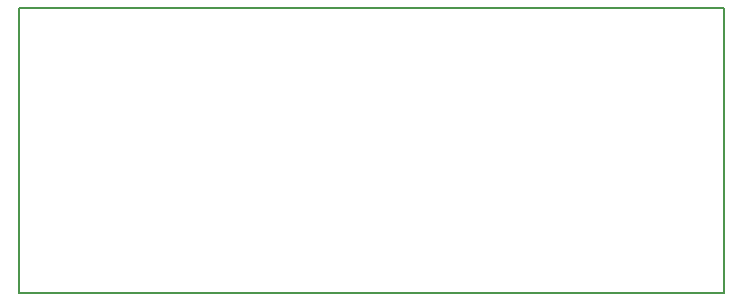
<source format=gbr>
G04 #@! TF.FileFunction,Profile,NP*
%FSLAX46Y46*%
G04 Gerber Fmt 4.6, Leading zero omitted, Abs format (unit mm)*
G04 Created by KiCad (PCBNEW 0.201506222247+5806~23~ubuntu14.04.1-product) date gio 25 giu 2015 17:09:51 CEST*
%MOMM*%
G01*
G04 APERTURE LIST*
%ADD10C,0.200000*%
%ADD11C,0.150000*%
G04 APERTURE END LIST*
D10*
D11*
X91440000Y-63500000D02*
X91440000Y-87630000D01*
X151130000Y-63500000D02*
X91440000Y-63500000D01*
X151130000Y-63500000D02*
X151130000Y-87630000D01*
X91440000Y-87630000D02*
X151130000Y-87630000D01*
M02*

</source>
